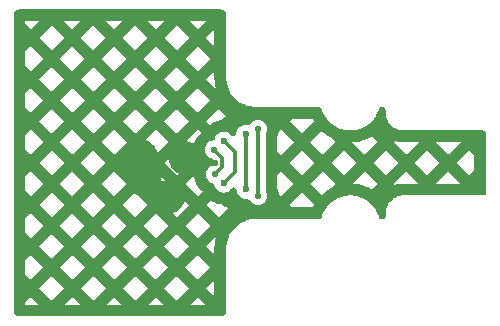
<source format=gbr>
%TF.GenerationSoftware,KiCad,Pcbnew,8.0.4*%
%TF.CreationDate,2024-07-27T12:21:03+02:00*%
%TF.ProjectId,PA3194G822_R04,50413331-3934-4473-9832-325f5230342e,4*%
%TF.SameCoordinates,Original*%
%TF.FileFunction,Copper,L2,Bot*%
%TF.FilePolarity,Positive*%
%FSLAX46Y46*%
G04 Gerber Fmt 4.6, Leading zero omitted, Abs format (unit mm)*
G04 Created by KiCad (PCBNEW 8.0.4) date 2024-07-27 12:21:03*
%MOMM*%
%LPD*%
G01*
G04 APERTURE LIST*
%TA.AperFunction,ViaPad*%
%ADD10C,0.600000*%
%TD*%
%TA.AperFunction,ViaPad*%
%ADD11C,0.550000*%
%TD*%
%TA.AperFunction,Conductor*%
%ADD12C,0.300000*%
%TD*%
G04 APERTURE END LIST*
D10*
%TO.N,GND*%
X119015000Y-99580000D03*
X123060000Y-97340000D03*
X115290000Y-99420000D03*
D11*
X121520000Y-100000000D03*
D10*
X123080000Y-102480000D03*
X124250000Y-96440000D03*
X117580000Y-102890000D03*
D11*
X120910000Y-100000000D03*
D10*
X115560000Y-101490000D03*
X124540000Y-103570000D03*
D11*
%TO.N,/VDD*%
X121475000Y-98875000D03*
X121540000Y-100980000D03*
D10*
%TO.N,/SPI_CS*%
X122300000Y-98150000D03*
X122275000Y-101700000D03*
%TO.N,/SPI_SDI*%
X124150000Y-97575000D03*
X124175000Y-102250000D03*
D11*
%TO.N,/SPI_CLK*%
X125180000Y-97120000D03*
X125180000Y-102790000D03*
%TD*%
D12*
%TO.N,/VDD*%
X122170000Y-100350000D02*
X122170000Y-99570000D01*
X121540000Y-100980000D02*
X122170000Y-100350000D01*
X122170000Y-99570000D02*
X121475000Y-98875000D01*
%TO.N,/SPI_CS*%
X123230000Y-100745000D02*
X122275000Y-101700000D01*
X122300000Y-98150000D02*
X123230000Y-99080000D01*
X123230000Y-99080000D02*
X123230000Y-100745000D01*
%TO.N,/SPI_SDI*%
X124175000Y-102250000D02*
X124175000Y-97600000D01*
X124150000Y-102225000D02*
X124175000Y-102250000D01*
X124175000Y-97600000D02*
X124150000Y-97575000D01*
%TO.N,/SPI_CLK*%
X125180000Y-97120000D02*
X125180000Y-102790000D01*
%TD*%
%TA.AperFunction,Conductor*%
%TO.N,GND*%
G36*
X122013882Y-87002064D02*
G01*
X122083282Y-87009884D01*
X122137622Y-87022287D01*
X122190248Y-87040701D01*
X122240480Y-87064892D01*
X122287674Y-87094546D01*
X122331268Y-87129310D01*
X122370689Y-87168731D01*
X122405453Y-87212325D01*
X122435107Y-87259519D01*
X122459300Y-87309756D01*
X122477710Y-87362369D01*
X122490117Y-87416727D01*
X122492075Y-87434108D01*
X122497934Y-87486100D01*
X122499500Y-87513981D01*
X122499500Y-92684108D01*
X122499500Y-92750000D01*
X122499500Y-92901252D01*
X122524435Y-93106614D01*
X122535962Y-93201546D01*
X122608357Y-93495267D01*
X122715624Y-93778107D01*
X122715632Y-93778124D01*
X122856200Y-94045954D01*
X122856211Y-94045972D01*
X122986161Y-94234237D01*
X123028050Y-94294924D01*
X123228648Y-94521352D01*
X123455076Y-94721950D01*
X123704033Y-94893792D01*
X123704036Y-94893794D01*
X123704045Y-94893799D01*
X123971875Y-95034367D01*
X123971880Y-95034369D01*
X123971887Y-95034373D01*
X124254734Y-95141643D01*
X124548449Y-95214037D01*
X124848748Y-95250500D01*
X124934108Y-95250500D01*
X130352948Y-95250500D01*
X130448236Y-95269454D01*
X130529018Y-95323430D01*
X130582994Y-95404212D01*
X130594712Y-95439909D01*
X130608356Y-95495263D01*
X130715624Y-95778107D01*
X130715632Y-95778124D01*
X130856200Y-96045954D01*
X130856211Y-96045972D01*
X131014791Y-96275715D01*
X131028050Y-96294924D01*
X131228648Y-96521352D01*
X131455076Y-96721950D01*
X131704033Y-96893792D01*
X131704036Y-96893794D01*
X131704045Y-96893799D01*
X131971875Y-97034367D01*
X131971880Y-97034369D01*
X131971887Y-97034373D01*
X132254734Y-97141643D01*
X132548449Y-97214037D01*
X132848748Y-97250500D01*
X132848754Y-97250500D01*
X133151246Y-97250500D01*
X133151252Y-97250500D01*
X133451551Y-97214037D01*
X133745266Y-97141643D01*
X134028113Y-97034373D01*
X134295967Y-96893792D01*
X134544924Y-96721950D01*
X134771352Y-96521352D01*
X134971950Y-96294924D01*
X135143792Y-96045967D01*
X135284373Y-95778113D01*
X135391643Y-95495266D01*
X135398131Y-95468940D01*
X135405288Y-95439909D01*
X135446496Y-95351926D01*
X135518236Y-95286410D01*
X135609588Y-95253335D01*
X135647052Y-95250500D01*
X135750500Y-95250500D01*
X135845788Y-95269454D01*
X135926570Y-95323430D01*
X135980546Y-95404212D01*
X135999500Y-95499500D01*
X135999500Y-95684108D01*
X135999500Y-95750000D01*
X135999500Y-95857318D01*
X136030046Y-96069769D01*
X136090516Y-96275710D01*
X136090517Y-96275713D01*
X136090518Y-96275715D01*
X136090519Y-96275718D01*
X136179677Y-96470946D01*
X136179684Y-96470959D01*
X136222249Y-96537191D01*
X136295719Y-96651513D01*
X136436276Y-96813724D01*
X136598487Y-96954281D01*
X136723117Y-97034375D01*
X136779040Y-97070315D01*
X136779044Y-97070317D01*
X136779050Y-97070321D01*
X136974290Y-97159484D01*
X137180231Y-97219954D01*
X137392682Y-97250500D01*
X137434108Y-97250500D01*
X144250500Y-97250500D01*
X144345788Y-97269454D01*
X144426570Y-97323430D01*
X144480546Y-97404212D01*
X144499500Y-97499500D01*
X144499500Y-102500500D01*
X144480546Y-102595788D01*
X144426570Y-102676570D01*
X144345788Y-102730546D01*
X144250500Y-102749500D01*
X137565892Y-102749500D01*
X137500000Y-102749500D01*
X137392682Y-102749500D01*
X137180231Y-102780046D01*
X136974290Y-102840516D01*
X136974288Y-102840516D01*
X136974284Y-102840518D01*
X136974281Y-102840519D01*
X136779053Y-102929677D01*
X136779040Y-102929684D01*
X136658251Y-103007311D01*
X136598487Y-103045719D01*
X136537657Y-103098427D01*
X136436281Y-103186271D01*
X136436271Y-103186281D01*
X136358031Y-103276575D01*
X136295719Y-103348487D01*
X136295714Y-103348495D01*
X136179684Y-103529040D01*
X136179677Y-103529053D01*
X136090519Y-103724281D01*
X136090518Y-103724284D01*
X136090516Y-103724288D01*
X136090516Y-103724290D01*
X136030046Y-103930231D01*
X136000526Y-104135552D01*
X135999500Y-104142685D01*
X135999500Y-104500500D01*
X135980546Y-104595788D01*
X135926570Y-104676570D01*
X135845788Y-104730546D01*
X135750500Y-104749500D01*
X135647052Y-104749500D01*
X135551764Y-104730546D01*
X135470982Y-104676570D01*
X135417006Y-104595788D01*
X135405288Y-104560091D01*
X135391643Y-104504736D01*
X135391643Y-104504734D01*
X135284373Y-104221887D01*
X135284367Y-104221875D01*
X135143799Y-103954045D01*
X135143788Y-103954027D01*
X135053962Y-103823891D01*
X134971950Y-103705076D01*
X134771352Y-103478648D01*
X134544924Y-103278050D01*
X134542747Y-103276547D01*
X134295972Y-103106211D01*
X134295954Y-103106200D01*
X134028124Y-102965632D01*
X134028107Y-102965624D01*
X133745267Y-102858357D01*
X133594084Y-102821094D01*
X133451551Y-102785963D01*
X133451549Y-102785962D01*
X133451547Y-102785962D01*
X133327277Y-102770873D01*
X133151252Y-102749500D01*
X132848748Y-102749500D01*
X132672722Y-102770873D01*
X132548453Y-102785962D01*
X132254732Y-102858357D01*
X131971892Y-102965624D01*
X131971875Y-102965632D01*
X131704045Y-103106200D01*
X131704027Y-103106211D01*
X131455085Y-103278043D01*
X131455072Y-103278053D01*
X131228653Y-103478643D01*
X131228643Y-103478653D01*
X131028053Y-103705072D01*
X131028043Y-103705085D01*
X130856211Y-103954027D01*
X130856200Y-103954045D01*
X130715632Y-104221875D01*
X130715624Y-104221892D01*
X130608356Y-104504736D01*
X130594712Y-104560091D01*
X130553504Y-104648074D01*
X130481764Y-104713590D01*
X130390412Y-104746665D01*
X130352948Y-104749500D01*
X125065892Y-104749500D01*
X125000000Y-104749500D01*
X124848748Y-104749500D01*
X124672722Y-104770873D01*
X124548453Y-104785962D01*
X124254732Y-104858357D01*
X123971892Y-104965624D01*
X123971875Y-104965632D01*
X123704045Y-105106200D01*
X123704027Y-105106211D01*
X123455085Y-105278043D01*
X123455072Y-105278053D01*
X123228653Y-105478643D01*
X123228643Y-105478653D01*
X123028053Y-105705072D01*
X123028043Y-105705085D01*
X122856211Y-105954027D01*
X122856200Y-105954045D01*
X122715632Y-106221875D01*
X122715624Y-106221892D01*
X122608357Y-106504732D01*
X122535962Y-106798453D01*
X122532430Y-106827542D01*
X122499500Y-107098748D01*
X122499500Y-107098754D01*
X122499500Y-112486018D01*
X122497934Y-112513899D01*
X122490117Y-112583272D01*
X122477710Y-112637630D01*
X122459300Y-112690243D01*
X122435107Y-112740480D01*
X122405453Y-112787674D01*
X122370689Y-112831268D01*
X122331268Y-112870689D01*
X122287674Y-112905453D01*
X122240480Y-112935107D01*
X122190243Y-112959300D01*
X122137630Y-112977710D01*
X122083272Y-112990117D01*
X122047446Y-112994153D01*
X122013897Y-112997934D01*
X121986018Y-112999500D01*
X105013982Y-112999500D01*
X104986102Y-112997934D01*
X104916727Y-112990117D01*
X104862371Y-112977710D01*
X104809755Y-112959299D01*
X104759519Y-112935107D01*
X104712325Y-112905453D01*
X104668731Y-112870689D01*
X104629310Y-112831268D01*
X104594546Y-112787674D01*
X104564892Y-112740480D01*
X104540701Y-112690248D01*
X104522287Y-112637622D01*
X104509884Y-112583282D01*
X104502064Y-112513882D01*
X104500500Y-112486018D01*
X104500500Y-111752558D01*
X105498500Y-111752558D01*
X105498500Y-112001500D01*
X106627968Y-112001500D01*
X108785093Y-112001500D01*
X110163502Y-112001500D01*
X112320627Y-112001500D01*
X113699036Y-112001500D01*
X115856161Y-112001500D01*
X117234570Y-112001500D01*
X119391694Y-112001500D01*
X120770104Y-112001500D01*
X120080899Y-111312295D01*
X119391694Y-112001500D01*
X117234570Y-112001500D01*
X116545365Y-111312295D01*
X115856161Y-112001500D01*
X113699036Y-112001500D01*
X113009831Y-111312295D01*
X112320627Y-112001500D01*
X110163502Y-112001500D01*
X109474297Y-111312295D01*
X108785093Y-112001500D01*
X106627968Y-112001500D01*
X105938763Y-111312295D01*
X105498500Y-111752558D01*
X104500500Y-111752558D01*
X104500500Y-110606601D01*
X106644456Y-110606601D01*
X107706530Y-111668675D01*
X108768603Y-110606601D01*
X110179990Y-110606601D01*
X111242064Y-111668675D01*
X112304137Y-110606601D01*
X113715524Y-110606601D01*
X114777598Y-111668675D01*
X115839671Y-110606601D01*
X117251058Y-110606601D01*
X118313132Y-111668675D01*
X119375205Y-110606601D01*
X120786592Y-110606601D01*
X121501500Y-111321509D01*
X121501500Y-109891694D01*
X120786592Y-110606601D01*
X119375205Y-110606601D01*
X118313132Y-109544528D01*
X117251058Y-110606601D01*
X115839671Y-110606601D01*
X114777598Y-109544528D01*
X113715524Y-110606601D01*
X112304137Y-110606601D01*
X111242064Y-109544528D01*
X110179990Y-110606601D01*
X108768603Y-110606601D01*
X107706530Y-109544528D01*
X106644456Y-110606601D01*
X104500500Y-110606601D01*
X104500500Y-108217024D01*
X105498500Y-108217024D01*
X105498500Y-109460645D01*
X105938763Y-109900908D01*
X107000836Y-108838834D01*
X108412223Y-108838834D01*
X109474297Y-109900908D01*
X110536370Y-108838834D01*
X111947757Y-108838834D01*
X113009831Y-109900908D01*
X114071904Y-108838834D01*
X115483291Y-108838834D01*
X116545365Y-109900908D01*
X117607438Y-108838834D01*
X119018825Y-108838834D01*
X120080899Y-109900908D01*
X121142972Y-108838834D01*
X120080899Y-107776761D01*
X119018825Y-108838834D01*
X117607438Y-108838834D01*
X116545365Y-107776761D01*
X115483291Y-108838834D01*
X114071904Y-108838834D01*
X113009831Y-107776761D01*
X111947757Y-108838834D01*
X110536370Y-108838834D01*
X109474297Y-107776761D01*
X108412223Y-108838834D01*
X107000836Y-108838834D01*
X105938763Y-107776761D01*
X105498500Y-108217024D01*
X104500500Y-108217024D01*
X104500500Y-107071067D01*
X106644456Y-107071067D01*
X107706530Y-108133141D01*
X108768603Y-107071067D01*
X110179990Y-107071067D01*
X111242064Y-108133141D01*
X112304137Y-107071067D01*
X113715524Y-107071067D01*
X114777598Y-108133141D01*
X115839671Y-107071067D01*
X117251058Y-107071067D01*
X118313132Y-108133141D01*
X119375205Y-107071067D01*
X120786592Y-107071067D01*
X121501500Y-107785975D01*
X121501500Y-107083668D01*
X121501614Y-107076137D01*
X121502071Y-107061033D01*
X121502411Y-107053527D01*
X121504232Y-107023428D01*
X121504801Y-107015919D01*
X121506168Y-107000884D01*
X121506960Y-106993418D01*
X121547056Y-106663184D01*
X121548078Y-106655719D01*
X121550353Y-106640776D01*
X121551596Y-106633363D01*
X121557032Y-106603704D01*
X121558501Y-106596318D01*
X121561670Y-106581560D01*
X121563356Y-106574247D01*
X121642964Y-106251259D01*
X121644877Y-106243974D01*
X121648934Y-106229423D01*
X121651060Y-106222219D01*
X121658130Y-106199529D01*
X120786592Y-107071067D01*
X119375205Y-107071067D01*
X118313132Y-106008994D01*
X117251058Y-107071067D01*
X115839671Y-107071067D01*
X114777598Y-106008994D01*
X113715524Y-107071067D01*
X112304137Y-107071067D01*
X111242064Y-106008994D01*
X110179990Y-107071067D01*
X108768603Y-107071067D01*
X107706530Y-106008994D01*
X106644456Y-107071067D01*
X104500500Y-107071067D01*
X104500500Y-104681490D01*
X105498500Y-104681490D01*
X105498500Y-105925111D01*
X105938763Y-106365374D01*
X107000836Y-105303300D01*
X108412223Y-105303300D01*
X109474297Y-106365374D01*
X110536370Y-105303300D01*
X111947757Y-105303300D01*
X113009831Y-106365374D01*
X114071904Y-105303300D01*
X115483291Y-105303300D01*
X116545365Y-106365374D01*
X117607438Y-105303300D01*
X119018825Y-105303300D01*
X120080899Y-106365374D01*
X121142972Y-105303300D01*
X120080899Y-104241227D01*
X119018825Y-105303300D01*
X117607438Y-105303300D01*
X116545459Y-104241321D01*
X117956846Y-104241321D01*
X118313132Y-104597607D01*
X119375205Y-103535533D01*
X120786592Y-103535533D01*
X121848666Y-104597607D01*
X122637417Y-103808855D01*
X122475256Y-103746034D01*
X122434124Y-103725552D01*
X122252920Y-103613356D01*
X122216250Y-103585665D01*
X122113109Y-103491638D01*
X121956166Y-103473956D01*
X121942334Y-103472004D01*
X121914667Y-103467303D01*
X121900966Y-103464577D01*
X121846345Y-103452109D01*
X121832822Y-103448620D01*
X121805867Y-103440854D01*
X121792562Y-103436614D01*
X121569421Y-103358533D01*
X121556379Y-103353554D01*
X121530463Y-103342820D01*
X121517713Y-103337116D01*
X121467236Y-103312809D01*
X121454818Y-103306393D01*
X121430257Y-103292818D01*
X121418232Y-103285725D01*
X121218051Y-103159944D01*
X121206436Y-103152183D01*
X121185089Y-103137036D01*
X120786592Y-103535533D01*
X119375205Y-103535533D01*
X118963341Y-103123669D01*
X118963200Y-103125192D01*
X118954757Y-103170359D01*
X118896432Y-103375350D01*
X118879833Y-103418196D01*
X118784835Y-103608979D01*
X118760645Y-103648048D01*
X118632207Y-103818126D01*
X118601252Y-103852082D01*
X118443750Y-103995665D01*
X118407080Y-104023356D01*
X118225876Y-104135552D01*
X118184744Y-104156034D01*
X117986010Y-104233024D01*
X117956846Y-104241321D01*
X116545459Y-104241321D01*
X116545365Y-104241227D01*
X115483291Y-105303300D01*
X114071904Y-105303300D01*
X113009831Y-104241227D01*
X111947757Y-105303300D01*
X110536370Y-105303300D01*
X109474297Y-104241227D01*
X108412223Y-105303300D01*
X107000836Y-105303300D01*
X105938763Y-104241227D01*
X105498500Y-104681490D01*
X104500500Y-104681490D01*
X104500500Y-103535533D01*
X106644456Y-103535533D01*
X107706530Y-104597607D01*
X108768603Y-103535533D01*
X110179990Y-103535533D01*
X111242064Y-104597607D01*
X112304137Y-103535533D01*
X113715524Y-103535533D01*
X114777598Y-104597607D01*
X115839671Y-103535533D01*
X115126520Y-102822382D01*
X114955256Y-102756034D01*
X114914124Y-102735552D01*
X114732920Y-102623356D01*
X114696250Y-102595665D01*
X114674876Y-102576180D01*
X113715524Y-103535533D01*
X112304137Y-103535533D01*
X111242064Y-102473460D01*
X110179990Y-103535533D01*
X108768603Y-103535533D01*
X107706530Y-102473460D01*
X106644456Y-103535533D01*
X104500500Y-103535533D01*
X104500500Y-101145956D01*
X105498500Y-101145956D01*
X105498500Y-102389577D01*
X105938763Y-102829840D01*
X107000836Y-101767766D01*
X108412223Y-101767766D01*
X109474297Y-102829840D01*
X110536370Y-101767766D01*
X111947757Y-101767766D01*
X113009831Y-102829840D01*
X114071904Y-101767766D01*
X119018824Y-101767766D01*
X120080898Y-102829840D01*
X120493777Y-102416961D01*
X120487127Y-102412517D01*
X120464246Y-102396282D01*
X120453092Y-102387888D01*
X120409289Y-102352958D01*
X120398612Y-102343943D01*
X120377689Y-102325245D01*
X120367540Y-102315650D01*
X120204350Y-102152460D01*
X120194755Y-102142311D01*
X120176057Y-102121388D01*
X120167042Y-102110711D01*
X120132112Y-102066908D01*
X120123718Y-102055754D01*
X120107483Y-102032873D01*
X120099721Y-102021257D01*
X119976942Y-101825851D01*
X119969851Y-101813830D01*
X119956280Y-101789277D01*
X119949867Y-101776863D01*
X119925560Y-101726390D01*
X119919852Y-101713634D01*
X119909115Y-101687711D01*
X119904137Y-101674669D01*
X119827914Y-101456841D01*
X119823673Y-101443535D01*
X119815907Y-101416580D01*
X119812418Y-101403057D01*
X119799950Y-101348436D01*
X119797224Y-101334733D01*
X119792523Y-101307065D01*
X119790571Y-101293234D01*
X119764732Y-101063901D01*
X119763558Y-101049983D01*
X119762125Y-101024466D01*
X119018824Y-101767766D01*
X114071904Y-101767766D01*
X113353667Y-101049529D01*
X116889201Y-101049529D01*
X116934757Y-101209641D01*
X116943200Y-101254808D01*
X116962865Y-101467025D01*
X116962865Y-101512975D01*
X116951483Y-101635803D01*
X116975256Y-101623966D01*
X117173990Y-101546976D01*
X117218185Y-101534402D01*
X117349522Y-101509850D01*
X116889201Y-101049529D01*
X113353667Y-101049529D01*
X113009831Y-100705693D01*
X111947757Y-101767766D01*
X110536370Y-101767766D01*
X109474297Y-100705693D01*
X108412223Y-101767766D01*
X107000836Y-101767766D01*
X105938763Y-100705693D01*
X105498500Y-101145956D01*
X104500500Y-101145956D01*
X104500500Y-99999999D01*
X106644456Y-99999999D01*
X107706530Y-101062073D01*
X108768603Y-99999999D01*
X110179990Y-99999999D01*
X111242064Y-101062073D01*
X112304137Y-99999999D01*
X117251058Y-99999999D01*
X118313132Y-101062073D01*
X118495966Y-100879238D01*
X118410256Y-100846034D01*
X118369124Y-100825552D01*
X118187920Y-100713356D01*
X118151250Y-100685665D01*
X117993748Y-100542082D01*
X117962793Y-100508126D01*
X117834355Y-100338048D01*
X117810165Y-100298979D01*
X117715167Y-100108196D01*
X117698568Y-100065350D01*
X117640243Y-99860359D01*
X117631800Y-99815192D01*
X117615183Y-99635874D01*
X117251058Y-99999999D01*
X112304137Y-99999999D01*
X111242064Y-98937926D01*
X110179990Y-99999999D01*
X108768603Y-99999999D01*
X107706530Y-98937926D01*
X106644456Y-99999999D01*
X104500500Y-99999999D01*
X104500500Y-97610422D01*
X105498500Y-97610422D01*
X105498500Y-98854043D01*
X105938763Y-99294306D01*
X107000836Y-98232232D01*
X108412223Y-98232232D01*
X109474297Y-99294306D01*
X110536370Y-98232232D01*
X111947757Y-98232232D01*
X113009831Y-99294306D01*
X114071904Y-98232232D01*
X113903964Y-98064292D01*
X115651231Y-98064292D01*
X115651815Y-98064402D01*
X115696010Y-98076976D01*
X115894744Y-98153966D01*
X115935876Y-98174448D01*
X116117080Y-98286644D01*
X116153750Y-98314335D01*
X116311252Y-98457918D01*
X116342207Y-98491874D01*
X116470645Y-98661952D01*
X116494835Y-98701021D01*
X116589833Y-98891804D01*
X116606432Y-98934650D01*
X116664757Y-99139641D01*
X116670312Y-99169359D01*
X116964676Y-98874995D01*
X120694593Y-98874995D01*
X120694593Y-98875004D01*
X120714157Y-99048647D01*
X120714158Y-99048655D01*
X120714159Y-99048657D01*
X120771878Y-99213606D01*
X120864853Y-99361576D01*
X120988424Y-99485147D01*
X121136394Y-99578122D01*
X121270085Y-99624903D01*
X121353764Y-99674265D01*
X121363913Y-99683859D01*
X121446570Y-99766516D01*
X121500546Y-99847298D01*
X121519500Y-99942586D01*
X121519500Y-99977414D01*
X121500546Y-100072702D01*
X121446571Y-100153482D01*
X121435752Y-100164301D01*
X121428908Y-100171145D01*
X121348125Y-100225119D01*
X121335085Y-100230096D01*
X121201395Y-100276877D01*
X121053424Y-100369852D01*
X120929852Y-100493424D01*
X120836878Y-100641394D01*
X120779158Y-100806344D01*
X120779157Y-100806352D01*
X120759593Y-100979995D01*
X120759593Y-100980004D01*
X120779157Y-101153647D01*
X120779158Y-101153655D01*
X120779159Y-101153657D01*
X120836878Y-101318606D01*
X120929853Y-101466576D01*
X121053424Y-101590147D01*
X121201394Y-101683122D01*
X121338462Y-101731085D01*
X121422140Y-101780445D01*
X121480561Y-101858073D01*
X121491246Y-101883867D01*
X121549211Y-102049522D01*
X121549212Y-102049523D01*
X121549214Y-102049529D01*
X121645180Y-102202257D01*
X121645182Y-102202259D01*
X121645184Y-102202262D01*
X121772738Y-102329816D01*
X121772740Y-102329817D01*
X121772742Y-102329819D01*
X121925470Y-102425785D01*
X121925473Y-102425786D01*
X121925478Y-102425789D01*
X122095745Y-102485368D01*
X122095754Y-102485369D01*
X122274996Y-102505565D01*
X122275000Y-102505565D01*
X122275004Y-102505565D01*
X122414908Y-102489801D01*
X122454255Y-102485368D01*
X122624522Y-102425789D01*
X122624527Y-102425785D01*
X122624529Y-102425785D01*
X122754779Y-102343943D01*
X122777262Y-102329816D01*
X122904816Y-102202262D01*
X122915632Y-102185046D01*
X122982376Y-102114450D01*
X123071056Y-102074767D01*
X123168173Y-102072041D01*
X123258941Y-102106687D01*
X123329540Y-102173432D01*
X123369223Y-102262112D01*
X123373901Y-102289644D01*
X123389630Y-102429245D01*
X123389631Y-102429251D01*
X123389632Y-102429255D01*
X123449211Y-102599522D01*
X123449212Y-102599523D01*
X123449214Y-102599529D01*
X123545180Y-102752257D01*
X123545182Y-102752259D01*
X123545184Y-102752262D01*
X123672738Y-102879816D01*
X123672740Y-102879817D01*
X123672742Y-102879819D01*
X123825470Y-102975785D01*
X123825473Y-102975786D01*
X123825478Y-102975789D01*
X123995745Y-103035368D01*
X123995754Y-103035369D01*
X124174996Y-103055565D01*
X124175000Y-103055565D01*
X124175001Y-103055565D01*
X124192272Y-103053618D01*
X124258586Y-103046147D01*
X124355395Y-103054312D01*
X124441712Y-103098904D01*
X124497299Y-103161106D01*
X124569834Y-103276547D01*
X124569853Y-103276576D01*
X124693424Y-103400147D01*
X124841394Y-103493122D01*
X125006343Y-103550841D01*
X125006352Y-103550842D01*
X125179996Y-103570407D01*
X125180000Y-103570407D01*
X125180004Y-103570407D01*
X125315542Y-103555135D01*
X125353657Y-103550841D01*
X125397401Y-103535534D01*
X127857660Y-103535534D01*
X128073626Y-103751500D01*
X129765842Y-103751500D01*
X129912236Y-103605104D01*
X129960128Y-103513855D01*
X128919733Y-102473460D01*
X127857660Y-103535534D01*
X125397401Y-103535534D01*
X125518606Y-103493122D01*
X125666576Y-103400147D01*
X125790147Y-103276576D01*
X125883122Y-103128606D01*
X125940841Y-102963657D01*
X125950287Y-102879819D01*
X125960407Y-102790004D01*
X125960407Y-102789995D01*
X125940842Y-102616352D01*
X125940841Y-102616344D01*
X125926787Y-102576180D01*
X125883122Y-102451394D01*
X125868664Y-102428384D01*
X125834018Y-102337619D01*
X125830500Y-102295910D01*
X125830500Y-101029160D01*
X126828500Y-101029160D01*
X126828500Y-102131440D01*
X126892087Y-102313159D01*
X126896327Y-102326465D01*
X126904093Y-102353420D01*
X126907582Y-102366943D01*
X126920050Y-102421564D01*
X126922776Y-102435267D01*
X126927477Y-102462935D01*
X126929429Y-102476766D01*
X126946004Y-102623877D01*
X127151967Y-102829840D01*
X128214040Y-101767766D01*
X129625427Y-101767766D01*
X130578752Y-102721091D01*
X130804563Y-102521041D01*
X130810268Y-102516138D01*
X130821870Y-102506469D01*
X130827714Y-102501746D01*
X130851450Y-102483149D01*
X130857446Y-102478596D01*
X130869615Y-102469642D01*
X130875739Y-102465277D01*
X131149513Y-102276305D01*
X131155765Y-102272128D01*
X131168449Y-102263927D01*
X131174832Y-102259935D01*
X131200637Y-102244336D01*
X131207128Y-102240545D01*
X131220284Y-102233125D01*
X131226889Y-102229530D01*
X131355104Y-102162236D01*
X131749574Y-101767767D01*
X131733516Y-101751709D01*
X133177018Y-101751709D01*
X133188967Y-101752071D01*
X133196473Y-101752411D01*
X133226572Y-101754232D01*
X133234081Y-101754801D01*
X133249116Y-101756168D01*
X133256582Y-101756960D01*
X133586816Y-101797056D01*
X133594281Y-101798078D01*
X133609224Y-101800353D01*
X133616637Y-101801596D01*
X133646296Y-101807032D01*
X133653682Y-101808501D01*
X133668440Y-101811670D01*
X133675753Y-101813356D01*
X133998741Y-101892964D01*
X134006026Y-101894877D01*
X134020577Y-101898934D01*
X134027781Y-101901060D01*
X134056570Y-101910031D01*
X134063721Y-101912379D01*
X134077998Y-101917306D01*
X134085066Y-101919865D01*
X134396108Y-102037828D01*
X134403105Y-102040603D01*
X134417063Y-102046385D01*
X134423962Y-102049366D01*
X134451458Y-102061741D01*
X134458267Y-102064930D01*
X134471845Y-102071541D01*
X134478559Y-102074937D01*
X134773110Y-102229530D01*
X134779716Y-102233125D01*
X134792872Y-102240545D01*
X134799363Y-102244336D01*
X134805082Y-102247793D01*
X135285108Y-101767767D01*
X136696495Y-101767767D01*
X136784761Y-101856033D01*
X136916156Y-101817452D01*
X136924732Y-101815100D01*
X136942027Y-101810686D01*
X136950671Y-101808643D01*
X136985495Y-101801067D01*
X136994218Y-101799332D01*
X137011789Y-101796162D01*
X137020561Y-101794740D01*
X137268288Y-101759122D01*
X137277108Y-101758015D01*
X137294855Y-101756107D01*
X137303705Y-101755315D01*
X137339253Y-101752772D01*
X137348136Y-101752296D01*
X137365978Y-101751659D01*
X137374862Y-101751500D01*
X138804375Y-101751500D01*
X140248296Y-101751500D01*
X142339909Y-101751500D01*
X141294102Y-100705693D01*
X140248296Y-101751500D01*
X138804375Y-101751500D01*
X137758568Y-100705693D01*
X136696495Y-101767767D01*
X135285108Y-101767767D01*
X134223034Y-100705693D01*
X133177018Y-101751709D01*
X131733516Y-101751709D01*
X130687500Y-100705693D01*
X129625427Y-101767766D01*
X128214040Y-101767766D01*
X127151966Y-100705693D01*
X126828500Y-101029160D01*
X125830500Y-101029160D01*
X125830500Y-99999999D01*
X127857660Y-99999999D01*
X128919733Y-101062073D01*
X129981807Y-99999999D01*
X131393194Y-99999999D01*
X132455267Y-101062073D01*
X133517341Y-99999999D01*
X134928728Y-99999999D01*
X135990801Y-101062073D01*
X137052875Y-99999999D01*
X138464262Y-99999999D01*
X139526335Y-101062073D01*
X140588409Y-99999999D01*
X141999795Y-99999999D01*
X143061869Y-101062073D01*
X143501500Y-100622442D01*
X143501500Y-99377557D01*
X143061869Y-98937926D01*
X141999795Y-99999999D01*
X140588409Y-99999999D01*
X139526335Y-98937926D01*
X138464262Y-99999999D01*
X137052875Y-99999999D01*
X135990801Y-98937926D01*
X134928728Y-99999999D01*
X133517341Y-99999999D01*
X132455267Y-98937926D01*
X131393194Y-99999999D01*
X129981807Y-99999999D01*
X128919733Y-98937926D01*
X127857660Y-99999999D01*
X125830500Y-99999999D01*
X125830500Y-97778556D01*
X126828500Y-97778556D01*
X126828500Y-98970839D01*
X127151967Y-99294306D01*
X128214040Y-98232232D01*
X129625426Y-98232232D01*
X130687500Y-99294306D01*
X131733517Y-98248290D01*
X133177018Y-98248290D01*
X134223034Y-99294306D01*
X135285108Y-98232232D01*
X136696494Y-98232232D01*
X137758568Y-99294306D01*
X138804375Y-98248500D01*
X140248296Y-98248500D01*
X141294102Y-99294306D01*
X142339909Y-98248500D01*
X140248296Y-98248500D01*
X138804375Y-98248500D01*
X137374862Y-98248500D01*
X137365978Y-98248341D01*
X137348136Y-98247704D01*
X137339253Y-98247228D01*
X137303705Y-98244685D01*
X137294855Y-98243893D01*
X137277108Y-98241985D01*
X137268288Y-98240878D01*
X137020561Y-98205260D01*
X137011789Y-98203838D01*
X136994218Y-98200668D01*
X136985495Y-98198933D01*
X136950671Y-98191357D01*
X136942027Y-98189314D01*
X136924732Y-98184900D01*
X136916156Y-98182548D01*
X136784760Y-98143966D01*
X136696494Y-98232232D01*
X135285108Y-98232232D01*
X134805083Y-97752206D01*
X134799363Y-97755664D01*
X134792872Y-97759455D01*
X134779716Y-97766875D01*
X134773110Y-97770470D01*
X134478559Y-97925063D01*
X134471845Y-97928459D01*
X134458267Y-97935070D01*
X134451458Y-97938259D01*
X134423962Y-97950634D01*
X134417063Y-97953615D01*
X134403105Y-97959397D01*
X134396108Y-97962172D01*
X134085066Y-98080135D01*
X134077998Y-98082694D01*
X134063721Y-98087621D01*
X134056570Y-98089969D01*
X134027781Y-98098940D01*
X134020577Y-98101066D01*
X134006026Y-98105123D01*
X133998741Y-98107036D01*
X133675753Y-98186644D01*
X133668440Y-98188330D01*
X133653682Y-98191499D01*
X133646296Y-98192968D01*
X133616637Y-98198404D01*
X133609224Y-98199647D01*
X133594281Y-98201922D01*
X133586816Y-98202944D01*
X133256582Y-98243040D01*
X133249116Y-98243832D01*
X133234081Y-98245199D01*
X133226572Y-98245768D01*
X133196473Y-98247589D01*
X133188967Y-98247929D01*
X133177018Y-98248290D01*
X131733517Y-98248290D01*
X131749574Y-98232233D01*
X131355103Y-97837762D01*
X131226889Y-97770470D01*
X131220284Y-97766875D01*
X131207128Y-97759455D01*
X131200637Y-97755664D01*
X131174832Y-97740065D01*
X131168449Y-97736073D01*
X131155765Y-97727872D01*
X131149513Y-97723695D01*
X130875739Y-97534723D01*
X130869615Y-97530358D01*
X130857446Y-97521404D01*
X130851450Y-97516851D01*
X130827714Y-97498254D01*
X130821870Y-97493531D01*
X130810268Y-97483862D01*
X130804563Y-97478959D01*
X130578751Y-97278907D01*
X129625426Y-98232232D01*
X128214040Y-98232232D01*
X127151966Y-97170158D01*
X126934577Y-97387546D01*
X126929430Y-97433233D01*
X126927477Y-97447065D01*
X126922776Y-97474733D01*
X126920050Y-97488436D01*
X126907582Y-97543057D01*
X126904093Y-97556580D01*
X126896327Y-97583535D01*
X126892086Y-97596841D01*
X126828500Y-97778556D01*
X125830500Y-97778556D01*
X125830500Y-97614089D01*
X125849454Y-97518801D01*
X125868666Y-97481612D01*
X125870333Y-97478959D01*
X125883122Y-97458606D01*
X125940841Y-97293657D01*
X125954756Y-97170158D01*
X125960407Y-97120004D01*
X125960407Y-97119995D01*
X125940842Y-96946352D01*
X125940841Y-96946344D01*
X125940434Y-96945180D01*
X125883122Y-96781394D01*
X125790147Y-96633424D01*
X125666576Y-96509853D01*
X125666575Y-96509852D01*
X125594341Y-96464465D01*
X127857660Y-96464465D01*
X128919733Y-97526538D01*
X129960127Y-96486144D01*
X129912235Y-96394892D01*
X129765842Y-96248500D01*
X128073626Y-96248500D01*
X127857660Y-96464465D01*
X125594341Y-96464465D01*
X125518606Y-96416878D01*
X125420924Y-96382697D01*
X125353655Y-96359158D01*
X125353647Y-96359157D01*
X125180004Y-96339593D01*
X125179996Y-96339593D01*
X125006352Y-96359157D01*
X125006344Y-96359158D01*
X124841394Y-96416878D01*
X124693424Y-96509852D01*
X124569850Y-96633426D01*
X124545520Y-96672147D01*
X124478774Y-96742745D01*
X124390092Y-96782426D01*
X124306810Y-96787102D01*
X124150004Y-96769435D01*
X124149996Y-96769435D01*
X123970754Y-96789630D01*
X123970746Y-96789631D01*
X123970745Y-96789632D01*
X123800478Y-96849211D01*
X123800476Y-96849211D01*
X123800476Y-96849212D01*
X123800470Y-96849214D01*
X123647742Y-96945180D01*
X123520180Y-97072742D01*
X123424214Y-97225470D01*
X123424211Y-97225476D01*
X123424211Y-97225478D01*
X123405516Y-97278907D01*
X123364632Y-97395746D01*
X123364630Y-97395753D01*
X123352974Y-97499203D01*
X123323470Y-97591770D01*
X123260788Y-97666000D01*
X123174471Y-97710592D01*
X123077660Y-97718757D01*
X122985093Y-97689253D01*
X122929474Y-97647396D01*
X122802262Y-97520184D01*
X122802259Y-97520182D01*
X122802257Y-97520180D01*
X122649529Y-97424214D01*
X122649524Y-97424212D01*
X122649522Y-97424211D01*
X122479255Y-97364632D01*
X122479251Y-97364631D01*
X122479245Y-97364630D01*
X122300004Y-97344435D01*
X122299996Y-97344435D01*
X122120754Y-97364630D01*
X122120746Y-97364631D01*
X122120745Y-97364632D01*
X121950478Y-97424211D01*
X121950476Y-97424211D01*
X121950476Y-97424212D01*
X121950470Y-97424214D01*
X121797742Y-97520180D01*
X121670180Y-97647742D01*
X121574214Y-97800470D01*
X121574209Y-97800481D01*
X121522817Y-97947351D01*
X121473455Y-98031031D01*
X121395827Y-98089452D01*
X121315670Y-98112544D01*
X121301352Y-98114157D01*
X121301344Y-98114158D01*
X121136394Y-98171878D01*
X120988424Y-98264852D01*
X120864852Y-98388424D01*
X120771878Y-98536394D01*
X120714158Y-98701344D01*
X120714157Y-98701352D01*
X120694593Y-98874995D01*
X116964676Y-98874995D01*
X117607438Y-98232232D01*
X117556206Y-98181000D01*
X119070058Y-98181000D01*
X119121563Y-98181000D01*
X119167317Y-98185240D01*
X119376815Y-98224402D01*
X119421010Y-98236976D01*
X119619744Y-98313966D01*
X119660876Y-98334448D01*
X119763067Y-98397721D01*
X119839137Y-98180331D01*
X119844115Y-98167289D01*
X119854852Y-98141366D01*
X119860560Y-98128610D01*
X119884867Y-98078137D01*
X119891280Y-98065723D01*
X119904851Y-98041170D01*
X119911942Y-98029149D01*
X120034721Y-97833743D01*
X120042483Y-97822127D01*
X120058718Y-97799246D01*
X120067112Y-97788092D01*
X120102042Y-97744289D01*
X120111057Y-97733612D01*
X120129755Y-97712689D01*
X120139350Y-97702540D01*
X120302540Y-97539350D01*
X120312689Y-97529755D01*
X120333612Y-97511057D01*
X120344289Y-97502042D01*
X120382394Y-97471654D01*
X120080899Y-97170159D01*
X119070058Y-98181000D01*
X117556206Y-98181000D01*
X116545365Y-97170159D01*
X115651231Y-98064292D01*
X113903964Y-98064292D01*
X113009831Y-97170159D01*
X111947757Y-98232232D01*
X110536370Y-98232232D01*
X109474297Y-97170159D01*
X108412223Y-98232232D01*
X107000836Y-98232232D01*
X105938763Y-97170159D01*
X105498500Y-97610422D01*
X104500500Y-97610422D01*
X104500500Y-96464465D01*
X106644456Y-96464465D01*
X107706530Y-97526539D01*
X108768603Y-96464465D01*
X110179990Y-96464465D01*
X111242064Y-97526539D01*
X112304137Y-96464465D01*
X113715524Y-96464465D01*
X114777598Y-97526539D01*
X115839671Y-96464465D01*
X117251058Y-96464465D01*
X118313132Y-97526539D01*
X119375204Y-96464466D01*
X120786591Y-96464466D01*
X121114400Y-96792274D01*
X121122002Y-96785089D01*
X121142921Y-96766395D01*
X121153586Y-96757389D01*
X121197387Y-96722457D01*
X121208551Y-96714055D01*
X121231436Y-96697817D01*
X121243051Y-96690056D01*
X121443232Y-96564275D01*
X121455257Y-96557182D01*
X121479818Y-96543607D01*
X121492236Y-96537191D01*
X121542713Y-96512884D01*
X121555463Y-96507180D01*
X121581379Y-96496446D01*
X121594421Y-96491467D01*
X121817562Y-96413386D01*
X121830867Y-96409146D01*
X121857822Y-96401380D01*
X121871345Y-96397891D01*
X121925966Y-96385423D01*
X121939667Y-96382697D01*
X121967334Y-96377996D01*
X121981166Y-96376044D01*
X122049214Y-96368376D01*
X122196250Y-96234335D01*
X122232920Y-96206644D01*
X122414124Y-96094448D01*
X122455256Y-96073966D01*
X122502094Y-96055820D01*
X121848666Y-95402392D01*
X120786591Y-96464466D01*
X119375204Y-96464466D01*
X119375205Y-96464465D01*
X118313132Y-95402392D01*
X117251058Y-96464465D01*
X115839671Y-96464465D01*
X114777598Y-95402392D01*
X113715524Y-96464465D01*
X112304137Y-96464465D01*
X111242064Y-95402392D01*
X110179990Y-96464465D01*
X108768603Y-96464465D01*
X107706530Y-95402392D01*
X106644456Y-96464465D01*
X104500500Y-96464465D01*
X104500500Y-94074888D01*
X105498500Y-94074888D01*
X105498500Y-95318510D01*
X105938762Y-95758773D01*
X107000837Y-94696699D01*
X108412223Y-94696699D01*
X109474297Y-95758772D01*
X110536371Y-94696699D01*
X111947757Y-94696699D01*
X113009831Y-95758772D01*
X114071905Y-94696699D01*
X115483291Y-94696699D01*
X116545365Y-95758772D01*
X117607439Y-94696699D01*
X119018825Y-94696699D01*
X120080899Y-95758773D01*
X121142973Y-94696699D01*
X120080899Y-93634625D01*
X119018825Y-94696699D01*
X117607439Y-94696699D01*
X116545365Y-93634625D01*
X115483291Y-94696699D01*
X114071905Y-94696699D01*
X113009831Y-93634625D01*
X111947757Y-94696699D01*
X110536371Y-94696699D01*
X109474297Y-93634625D01*
X108412223Y-94696699D01*
X107000837Y-94696699D01*
X105938763Y-93634625D01*
X105498500Y-94074888D01*
X104500500Y-94074888D01*
X104500500Y-92928932D01*
X106644456Y-92928932D01*
X107706530Y-93991005D01*
X108768604Y-92928932D01*
X110179990Y-92928932D01*
X111242064Y-93991005D01*
X112304138Y-92928932D01*
X113715524Y-92928932D01*
X114777598Y-93991005D01*
X115839672Y-92928932D01*
X117251058Y-92928932D01*
X118313132Y-93991005D01*
X119375206Y-92928932D01*
X120786592Y-92928932D01*
X121658130Y-93800470D01*
X121651060Y-93777781D01*
X121648934Y-93770577D01*
X121644877Y-93756026D01*
X121642964Y-93748741D01*
X121563356Y-93425753D01*
X121561670Y-93418440D01*
X121558501Y-93403682D01*
X121557032Y-93396296D01*
X121551596Y-93366637D01*
X121550353Y-93359224D01*
X121548078Y-93344281D01*
X121547056Y-93336816D01*
X121506960Y-93006582D01*
X121506168Y-92999116D01*
X121504801Y-92984081D01*
X121504232Y-92976572D01*
X121502411Y-92946473D01*
X121502071Y-92938967D01*
X121501614Y-92923863D01*
X121501500Y-92916332D01*
X121501500Y-92214024D01*
X120786592Y-92928932D01*
X119375206Y-92928932D01*
X118313132Y-91866858D01*
X117251058Y-92928932D01*
X115839672Y-92928932D01*
X114777598Y-91866858D01*
X113715524Y-92928932D01*
X112304138Y-92928932D01*
X111242064Y-91866858D01*
X110179990Y-92928932D01*
X108768604Y-92928932D01*
X107706530Y-91866858D01*
X106644456Y-92928932D01*
X104500500Y-92928932D01*
X104500500Y-90539355D01*
X105498500Y-90539355D01*
X105498500Y-91782976D01*
X105938762Y-92223239D01*
X107000836Y-91161165D01*
X108412223Y-91161165D01*
X109474297Y-92223238D01*
X110536370Y-91161165D01*
X111947757Y-91161165D01*
X113009831Y-92223238D01*
X114071904Y-91161165D01*
X115483291Y-91161165D01*
X116545365Y-92223238D01*
X117607438Y-91161165D01*
X119018825Y-91161165D01*
X120080899Y-92223239D01*
X121142972Y-91161165D01*
X120080899Y-90099091D01*
X119018825Y-91161165D01*
X117607438Y-91161165D01*
X116545365Y-90099091D01*
X115483291Y-91161165D01*
X114071904Y-91161165D01*
X113009831Y-90099091D01*
X111947757Y-91161165D01*
X110536370Y-91161165D01*
X109474297Y-90099091D01*
X108412223Y-91161165D01*
X107000836Y-91161165D01*
X105938763Y-90099091D01*
X105498500Y-90539355D01*
X104500500Y-90539355D01*
X104500500Y-89393398D01*
X106644456Y-89393398D01*
X107706530Y-90455471D01*
X108768603Y-89393398D01*
X110179990Y-89393398D01*
X111242064Y-90455471D01*
X112304137Y-89393398D01*
X113715524Y-89393398D01*
X114777598Y-90455471D01*
X115839671Y-89393398D01*
X117251058Y-89393398D01*
X118313132Y-90455471D01*
X119375205Y-89393398D01*
X120786592Y-89393398D01*
X121501500Y-90108306D01*
X121501500Y-88678490D01*
X120786592Y-89393398D01*
X119375205Y-89393398D01*
X118313132Y-88331324D01*
X117251058Y-89393398D01*
X115839671Y-89393398D01*
X114777598Y-88331324D01*
X113715524Y-89393398D01*
X112304137Y-89393398D01*
X111242064Y-88331324D01*
X110179990Y-89393398D01*
X108768603Y-89393398D01*
X107706530Y-88331324D01*
X106644456Y-89393398D01*
X104500500Y-89393398D01*
X104500500Y-88247442D01*
X105498500Y-88247442D01*
X105938762Y-88687705D01*
X106627968Y-87998500D01*
X108785093Y-87998500D01*
X109474297Y-88687704D01*
X110163502Y-87998500D01*
X112320627Y-87998500D01*
X113009831Y-88687704D01*
X113699036Y-87998500D01*
X115856161Y-87998500D01*
X116545365Y-88687704D01*
X117234570Y-87998500D01*
X119391694Y-87998500D01*
X120080899Y-88687705D01*
X120770104Y-87998500D01*
X119391694Y-87998500D01*
X117234570Y-87998500D01*
X115856161Y-87998500D01*
X113699036Y-87998500D01*
X112320627Y-87998500D01*
X110163502Y-87998500D01*
X108785093Y-87998500D01*
X106627968Y-87998500D01*
X105498500Y-87998500D01*
X105498500Y-88247442D01*
X104500500Y-88247442D01*
X104500500Y-87513981D01*
X104502064Y-87486118D01*
X104509884Y-87416715D01*
X104522286Y-87362379D01*
X104540702Y-87309747D01*
X104564889Y-87259525D01*
X104594550Y-87212319D01*
X104629306Y-87168735D01*
X104668735Y-87129306D01*
X104712319Y-87094550D01*
X104759525Y-87064889D01*
X104809747Y-87040702D01*
X104862379Y-87022286D01*
X104916717Y-87009884D01*
X104986116Y-87002064D01*
X105013982Y-87000500D01*
X105065892Y-87000500D01*
X121934108Y-87000500D01*
X121986018Y-87000500D01*
X122013882Y-87002064D01*
G37*
%TD.AperFunction*%
%TD*%
M02*

</source>
